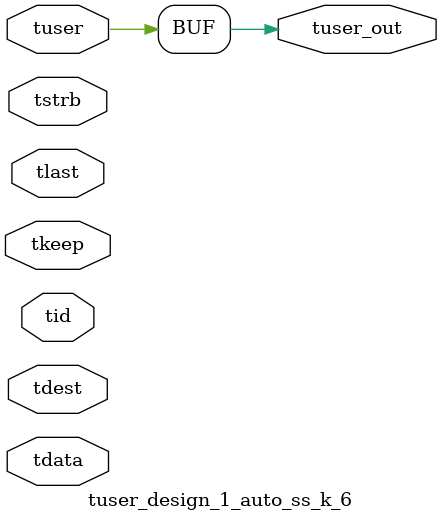
<source format=v>


`timescale 1ps/1ps

module tuser_design_1_auto_ss_k_6 #
(
parameter C_S_AXIS_TUSER_WIDTH = 1,
parameter C_S_AXIS_TDATA_WIDTH = 32,
parameter C_S_AXIS_TID_WIDTH   = 0,
parameter C_S_AXIS_TDEST_WIDTH = 0,
parameter C_M_AXIS_TUSER_WIDTH = 1
)
(
input  [(C_S_AXIS_TUSER_WIDTH == 0 ? 1 : C_S_AXIS_TUSER_WIDTH)-1:0     ] tuser,
input  [(C_S_AXIS_TDATA_WIDTH == 0 ? 1 : C_S_AXIS_TDATA_WIDTH)-1:0     ] tdata,
input  [(C_S_AXIS_TID_WIDTH   == 0 ? 1 : C_S_AXIS_TID_WIDTH)-1:0       ] tid,
input  [(C_S_AXIS_TDEST_WIDTH == 0 ? 1 : C_S_AXIS_TDEST_WIDTH)-1:0     ] tdest,
input  [(C_S_AXIS_TDATA_WIDTH/8)-1:0 ] tkeep,
input  [(C_S_AXIS_TDATA_WIDTH/8)-1:0 ] tstrb,
input                                                                    tlast,
output [C_M_AXIS_TUSER_WIDTH-1:0] tuser_out
);

assign tuser_out = {tuser[0:0]};

endmodule


</source>
